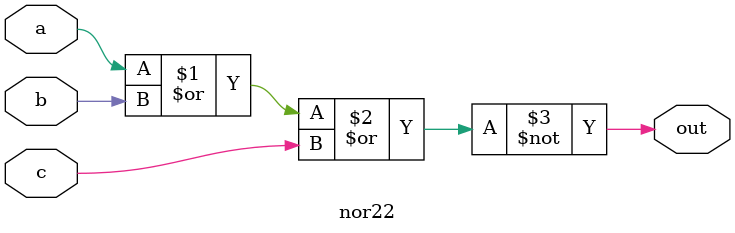
<source format=v>
module nor22 (
  input a,
  input b,
  input c,
  output out
);

  assign out = ~(a | b | c);

endmodule

</source>
